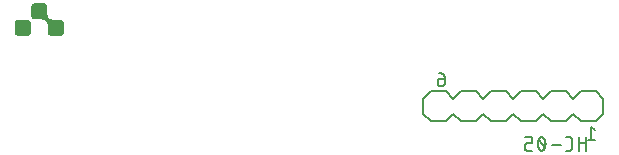
<source format=gbo>
G04 EAGLE Gerber RS-274X export*
G75*
%MOMM*%
%FSLAX34Y34*%
%LPD*%
%INSilkscreen Bottom*%
%IPPOS*%
%AMOC8*
5,1,8,0,0,1.08239X$1,22.5*%
G01*
%ADD10C,0.152400*%
%ADD11C,0.127000*%

G36*
X73621Y859925D02*
X73621Y859925D01*
X73650Y859923D01*
X74307Y860010D01*
X74343Y860023D01*
X74403Y860035D01*
X75016Y860289D01*
X75046Y860311D01*
X75101Y860339D01*
X75628Y860742D01*
X75652Y860772D01*
X75698Y860812D01*
X76101Y861339D01*
X76117Y861373D01*
X76151Y861425D01*
X76405Y862037D01*
X76411Y862075D01*
X76429Y862127D01*
X76429Y862129D01*
X76430Y862133D01*
X76517Y862790D01*
X76515Y862812D01*
X76520Y862840D01*
X76520Y870460D01*
X76515Y870481D01*
X76517Y870510D01*
X76430Y871167D01*
X76417Y871203D01*
X76405Y871263D01*
X76151Y871876D01*
X76129Y871906D01*
X76101Y871961D01*
X75698Y872488D01*
X75668Y872512D01*
X75628Y872558D01*
X75101Y872961D01*
X75067Y872977D01*
X75016Y873011D01*
X74403Y873265D01*
X74366Y873271D01*
X74307Y873290D01*
X73650Y873377D01*
X73628Y873375D01*
X73600Y873380D01*
X68539Y873380D01*
X67356Y873497D01*
X66236Y873836D01*
X65204Y874388D01*
X64300Y875130D01*
X63558Y876034D01*
X63006Y877066D01*
X62667Y878186D01*
X62550Y879369D01*
X62550Y884430D01*
X62545Y884451D01*
X62547Y884480D01*
X62460Y885137D01*
X62447Y885173D01*
X62435Y885233D01*
X62181Y885846D01*
X62159Y885876D01*
X62131Y885931D01*
X61728Y886458D01*
X61698Y886482D01*
X61658Y886528D01*
X61131Y886931D01*
X61097Y886947D01*
X61046Y886981D01*
X60433Y887235D01*
X60396Y887241D01*
X60337Y887260D01*
X59680Y887347D01*
X59658Y887345D01*
X59630Y887350D01*
X52010Y887350D01*
X51989Y887345D01*
X51960Y887347D01*
X51303Y887260D01*
X51267Y887247D01*
X51207Y887235D01*
X50595Y886981D01*
X50564Y886959D01*
X50509Y886931D01*
X49982Y886528D01*
X49958Y886498D01*
X49912Y886458D01*
X49509Y885931D01*
X49493Y885897D01*
X49459Y885846D01*
X49205Y885233D01*
X49199Y885196D01*
X49180Y885137D01*
X49093Y884480D01*
X49095Y884458D01*
X49090Y884430D01*
X49090Y876810D01*
X49095Y876789D01*
X49093Y876760D01*
X49180Y876103D01*
X49193Y876067D01*
X49205Y876007D01*
X49459Y875395D01*
X49481Y875364D01*
X49509Y875309D01*
X49912Y874782D01*
X49942Y874758D01*
X49982Y874712D01*
X50509Y874309D01*
X50543Y874293D01*
X50595Y874259D01*
X51207Y874005D01*
X51245Y873999D01*
X51303Y873980D01*
X51960Y873893D01*
X51982Y873895D01*
X52010Y873890D01*
X57071Y873890D01*
X58254Y873773D01*
X59374Y873434D01*
X60406Y872882D01*
X61310Y872140D01*
X62052Y871236D01*
X62604Y870204D01*
X62943Y869084D01*
X63060Y867901D01*
X63060Y862840D01*
X63065Y862819D01*
X63063Y862790D01*
X63150Y862133D01*
X63157Y862113D01*
X63157Y862101D01*
X63165Y862086D01*
X63175Y862037D01*
X63429Y861425D01*
X63451Y861394D01*
X63479Y861339D01*
X63882Y860812D01*
X63887Y860809D01*
X63887Y860808D01*
X63894Y860803D01*
X63912Y860788D01*
X63952Y860742D01*
X64479Y860339D01*
X64513Y860323D01*
X64565Y860289D01*
X65177Y860035D01*
X65215Y860029D01*
X65273Y860010D01*
X65930Y859923D01*
X65952Y859925D01*
X65980Y859920D01*
X73600Y859920D01*
X73621Y859925D01*
G37*
G36*
X45681Y859925D02*
X45681Y859925D01*
X45710Y859923D01*
X46367Y860010D01*
X46403Y860023D01*
X46463Y860035D01*
X47076Y860289D01*
X47106Y860311D01*
X47161Y860339D01*
X47688Y860742D01*
X47712Y860772D01*
X47758Y860812D01*
X48161Y861339D01*
X48177Y861373D01*
X48211Y861425D01*
X48465Y862037D01*
X48471Y862075D01*
X48489Y862128D01*
X48489Y862129D01*
X48490Y862133D01*
X48577Y862790D01*
X48575Y862812D01*
X48580Y862840D01*
X48580Y870460D01*
X48575Y870481D01*
X48577Y870510D01*
X48490Y871167D01*
X48477Y871203D01*
X48465Y871263D01*
X48211Y871876D01*
X48189Y871906D01*
X48161Y871961D01*
X47758Y872488D01*
X47728Y872512D01*
X47688Y872558D01*
X47161Y872961D01*
X47127Y872977D01*
X47076Y873011D01*
X46463Y873265D01*
X46426Y873271D01*
X46367Y873290D01*
X45710Y873377D01*
X45688Y873375D01*
X45660Y873380D01*
X38040Y873380D01*
X38019Y873375D01*
X37990Y873377D01*
X37333Y873290D01*
X37297Y873277D01*
X37237Y873265D01*
X36625Y873011D01*
X36594Y872989D01*
X36539Y872961D01*
X36012Y872558D01*
X35988Y872528D01*
X35942Y872488D01*
X35539Y871961D01*
X35523Y871927D01*
X35489Y871876D01*
X35235Y871263D01*
X35229Y871226D01*
X35210Y871167D01*
X35123Y870510D01*
X35125Y870488D01*
X35120Y870460D01*
X35120Y862840D01*
X35125Y862819D01*
X35123Y862790D01*
X35210Y862133D01*
X35217Y862113D01*
X35217Y862101D01*
X35225Y862086D01*
X35235Y862037D01*
X35489Y861425D01*
X35511Y861394D01*
X35539Y861339D01*
X35942Y860812D01*
X35947Y860809D01*
X35947Y860808D01*
X35954Y860803D01*
X35972Y860788D01*
X36012Y860742D01*
X36539Y860339D01*
X36573Y860323D01*
X36625Y860289D01*
X37237Y860035D01*
X37275Y860029D01*
X37333Y860010D01*
X37990Y859923D01*
X38012Y859925D01*
X38040Y859920D01*
X45660Y859920D01*
X45681Y859925D01*
G37*
D10*
X527050Y812800D02*
X514350Y812800D01*
X508000Y806450D01*
X508000Y793750D02*
X514350Y787400D01*
X508000Y806450D02*
X501650Y812800D01*
X488950Y812800D01*
X482600Y806450D01*
X482600Y793750D02*
X488950Y787400D01*
X501650Y787400D01*
X508000Y793750D01*
X533400Y793750D02*
X533400Y806450D01*
X527050Y812800D01*
X533400Y793750D02*
X527050Y787400D01*
X514350Y787400D01*
X482600Y806450D02*
X476250Y812800D01*
X463550Y812800D01*
X457200Y806450D01*
X457200Y793750D02*
X463550Y787400D01*
X476250Y787400D01*
X482600Y793750D01*
X450850Y812800D02*
X438150Y812800D01*
X431800Y806450D01*
X431800Y793750D02*
X438150Y787400D01*
X431800Y806450D02*
X425450Y812800D01*
X412750Y812800D01*
X406400Y806450D01*
X406400Y793750D02*
X412750Y787400D01*
X425450Y787400D01*
X431800Y793750D01*
X450850Y812800D02*
X457200Y806450D01*
X457200Y793750D02*
X450850Y787400D01*
X438150Y787400D01*
X406400Y806450D02*
X400050Y812800D01*
X387350Y812800D01*
X381000Y806450D01*
X381000Y793750D02*
X387350Y787400D01*
X400050Y787400D01*
X406400Y793750D01*
X381000Y793750D02*
X381000Y806450D01*
D11*
X523240Y782955D02*
X526415Y780415D01*
X523240Y782955D02*
X523240Y771525D01*
X526415Y771525D02*
X520065Y771525D01*
X399415Y823595D02*
X395605Y823595D01*
X395505Y823593D01*
X395406Y823587D01*
X395306Y823577D01*
X395208Y823564D01*
X395109Y823546D01*
X395012Y823525D01*
X394916Y823500D01*
X394820Y823471D01*
X394726Y823438D01*
X394633Y823402D01*
X394542Y823362D01*
X394452Y823318D01*
X394364Y823271D01*
X394278Y823221D01*
X394194Y823167D01*
X394112Y823110D01*
X394033Y823050D01*
X393955Y822986D01*
X393881Y822920D01*
X393809Y822851D01*
X393740Y822779D01*
X393674Y822705D01*
X393610Y822627D01*
X393550Y822548D01*
X393493Y822466D01*
X393439Y822382D01*
X393389Y822296D01*
X393342Y822208D01*
X393298Y822118D01*
X393258Y822027D01*
X393222Y821934D01*
X393189Y821840D01*
X393160Y821744D01*
X393135Y821648D01*
X393114Y821551D01*
X393096Y821452D01*
X393083Y821354D01*
X393073Y821254D01*
X393067Y821155D01*
X393065Y821055D01*
X393065Y820420D01*
X393067Y820309D01*
X393073Y820199D01*
X393082Y820088D01*
X393096Y819978D01*
X393113Y819869D01*
X393134Y819760D01*
X393159Y819652D01*
X393188Y819545D01*
X393220Y819439D01*
X393256Y819334D01*
X393296Y819231D01*
X393339Y819129D01*
X393386Y819028D01*
X393437Y818929D01*
X393490Y818833D01*
X393547Y818738D01*
X393608Y818645D01*
X393671Y818554D01*
X393738Y818465D01*
X393808Y818379D01*
X393881Y818296D01*
X393956Y818214D01*
X394034Y818136D01*
X394116Y818061D01*
X394199Y817988D01*
X394285Y817918D01*
X394374Y817851D01*
X394465Y817788D01*
X394558Y817727D01*
X394653Y817670D01*
X394749Y817617D01*
X394848Y817566D01*
X394949Y817519D01*
X395051Y817476D01*
X395154Y817436D01*
X395259Y817400D01*
X395365Y817368D01*
X395472Y817339D01*
X395580Y817314D01*
X395689Y817293D01*
X395798Y817276D01*
X395908Y817262D01*
X396019Y817253D01*
X396129Y817247D01*
X396240Y817245D01*
X396351Y817247D01*
X396461Y817253D01*
X396572Y817262D01*
X396682Y817276D01*
X396791Y817293D01*
X396900Y817314D01*
X397008Y817339D01*
X397115Y817368D01*
X397221Y817400D01*
X397326Y817436D01*
X397429Y817476D01*
X397531Y817519D01*
X397632Y817566D01*
X397731Y817617D01*
X397827Y817670D01*
X397922Y817727D01*
X398015Y817788D01*
X398106Y817851D01*
X398195Y817918D01*
X398281Y817988D01*
X398364Y818061D01*
X398446Y818136D01*
X398524Y818214D01*
X398599Y818296D01*
X398672Y818379D01*
X398742Y818465D01*
X398809Y818554D01*
X398872Y818645D01*
X398933Y818738D01*
X398990Y818833D01*
X399043Y818929D01*
X399094Y819028D01*
X399141Y819129D01*
X399184Y819231D01*
X399224Y819334D01*
X399260Y819439D01*
X399292Y819545D01*
X399321Y819652D01*
X399346Y819760D01*
X399367Y819869D01*
X399384Y819978D01*
X399398Y820088D01*
X399407Y820199D01*
X399413Y820309D01*
X399415Y820420D01*
X399415Y823595D01*
X399413Y823735D01*
X399407Y823875D01*
X399398Y824015D01*
X399384Y824154D01*
X399367Y824293D01*
X399346Y824431D01*
X399321Y824569D01*
X399292Y824706D01*
X399260Y824842D01*
X399223Y824977D01*
X399183Y825111D01*
X399140Y825244D01*
X399092Y825376D01*
X399042Y825507D01*
X398987Y825636D01*
X398929Y825763D01*
X398868Y825889D01*
X398803Y826013D01*
X398734Y826135D01*
X398663Y826255D01*
X398588Y826373D01*
X398510Y826490D01*
X398428Y826604D01*
X398344Y826715D01*
X398256Y826824D01*
X398166Y826931D01*
X398072Y827036D01*
X397976Y827137D01*
X397877Y827236D01*
X397776Y827332D01*
X397671Y827426D01*
X397564Y827516D01*
X397455Y827604D01*
X397344Y827688D01*
X397230Y827770D01*
X397113Y827848D01*
X396995Y827923D01*
X396875Y827994D01*
X396753Y828063D01*
X396629Y828128D01*
X396503Y828189D01*
X396376Y828247D01*
X396247Y828302D01*
X396116Y828352D01*
X395984Y828400D01*
X395851Y828443D01*
X395717Y828483D01*
X395582Y828520D01*
X395446Y828552D01*
X395309Y828581D01*
X395171Y828606D01*
X395033Y828627D01*
X394894Y828644D01*
X394755Y828658D01*
X394615Y828667D01*
X394475Y828673D01*
X394335Y828675D01*
X518795Y774065D02*
X518795Y762635D01*
X518795Y768985D02*
X512445Y768985D01*
X512445Y774065D02*
X512445Y762635D01*
X504481Y762635D02*
X501941Y762635D01*
X504481Y762635D02*
X504581Y762637D01*
X504680Y762643D01*
X504780Y762653D01*
X504878Y762666D01*
X504977Y762684D01*
X505074Y762705D01*
X505170Y762730D01*
X505266Y762759D01*
X505360Y762792D01*
X505453Y762828D01*
X505544Y762868D01*
X505634Y762912D01*
X505722Y762959D01*
X505808Y763009D01*
X505892Y763063D01*
X505974Y763120D01*
X506053Y763180D01*
X506131Y763244D01*
X506205Y763310D01*
X506277Y763379D01*
X506346Y763451D01*
X506412Y763525D01*
X506476Y763603D01*
X506536Y763682D01*
X506593Y763764D01*
X506647Y763848D01*
X506697Y763934D01*
X506744Y764022D01*
X506788Y764112D01*
X506828Y764203D01*
X506864Y764296D01*
X506897Y764390D01*
X506926Y764486D01*
X506951Y764582D01*
X506972Y764679D01*
X506990Y764778D01*
X507003Y764876D01*
X507013Y764976D01*
X507019Y765075D01*
X507021Y765175D01*
X507021Y771525D01*
X507019Y771625D01*
X507013Y771724D01*
X507003Y771824D01*
X506990Y771922D01*
X506972Y772021D01*
X506951Y772118D01*
X506926Y772214D01*
X506897Y772310D01*
X506864Y772404D01*
X506828Y772497D01*
X506788Y772588D01*
X506744Y772678D01*
X506697Y772766D01*
X506647Y772852D01*
X506593Y772936D01*
X506536Y773018D01*
X506476Y773097D01*
X506412Y773175D01*
X506346Y773249D01*
X506277Y773321D01*
X506205Y773390D01*
X506131Y773456D01*
X506053Y773520D01*
X505974Y773580D01*
X505892Y773637D01*
X505808Y773691D01*
X505722Y773741D01*
X505634Y773788D01*
X505544Y773832D01*
X505453Y773872D01*
X505360Y773908D01*
X505266Y773941D01*
X505170Y773970D01*
X505074Y773995D01*
X504977Y774016D01*
X504878Y774034D01*
X504780Y774047D01*
X504680Y774057D01*
X504581Y774063D01*
X504481Y774065D01*
X501941Y774065D01*
X497332Y767080D02*
X489712Y767080D01*
X484505Y768350D02*
X484502Y768575D01*
X484494Y768800D01*
X484481Y769024D01*
X484462Y769248D01*
X484438Y769472D01*
X484409Y769695D01*
X484374Y769917D01*
X484334Y770138D01*
X484288Y770358D01*
X484238Y770577D01*
X484182Y770795D01*
X484121Y771012D01*
X484055Y771227D01*
X483984Y771440D01*
X483907Y771651D01*
X483826Y771861D01*
X483740Y772069D01*
X483649Y772274D01*
X483553Y772477D01*
X483553Y772478D02*
X483521Y772566D01*
X483485Y772653D01*
X483446Y772739D01*
X483403Y772823D01*
X483357Y772905D01*
X483308Y772985D01*
X483256Y773063D01*
X483200Y773139D01*
X483142Y773213D01*
X483080Y773284D01*
X483016Y773353D01*
X482949Y773419D01*
X482880Y773482D01*
X482808Y773543D01*
X482734Y773601D01*
X482657Y773655D01*
X482579Y773707D01*
X482498Y773755D01*
X482416Y773800D01*
X482331Y773842D01*
X482245Y773880D01*
X482158Y773915D01*
X482070Y773947D01*
X481980Y773974D01*
X481889Y773999D01*
X481797Y774019D01*
X481705Y774036D01*
X481611Y774049D01*
X481518Y774058D01*
X481424Y774064D01*
X481330Y774066D01*
X481236Y774064D01*
X481142Y774058D01*
X481049Y774049D01*
X480955Y774036D01*
X480863Y774019D01*
X480771Y773999D01*
X480680Y773974D01*
X480590Y773947D01*
X480502Y773915D01*
X480415Y773880D01*
X480329Y773842D01*
X480244Y773800D01*
X480162Y773755D01*
X480081Y773707D01*
X480003Y773655D01*
X479926Y773601D01*
X479852Y773543D01*
X479780Y773482D01*
X479711Y773419D01*
X479644Y773353D01*
X479580Y773284D01*
X479518Y773213D01*
X479460Y773139D01*
X479404Y773063D01*
X479352Y772985D01*
X479303Y772905D01*
X479257Y772823D01*
X479214Y772739D01*
X479175Y772653D01*
X479139Y772566D01*
X479107Y772478D01*
X479107Y772477D02*
X479011Y772274D01*
X478920Y772069D01*
X478834Y771861D01*
X478753Y771651D01*
X478676Y771440D01*
X478605Y771227D01*
X478539Y771012D01*
X478478Y770795D01*
X478422Y770577D01*
X478372Y770358D01*
X478326Y770138D01*
X478286Y769917D01*
X478251Y769695D01*
X478222Y769472D01*
X478198Y769248D01*
X478179Y769024D01*
X478166Y768800D01*
X478158Y768575D01*
X478155Y768350D01*
X484505Y768350D02*
X484502Y768125D01*
X484494Y767900D01*
X484481Y767676D01*
X484462Y767452D01*
X484438Y767228D01*
X484409Y767005D01*
X484374Y766783D01*
X484334Y766562D01*
X484288Y766342D01*
X484238Y766123D01*
X484182Y765905D01*
X484121Y765688D01*
X484055Y765473D01*
X483984Y765260D01*
X483907Y765049D01*
X483826Y764839D01*
X483740Y764631D01*
X483649Y764426D01*
X483553Y764223D01*
X483521Y764135D01*
X483485Y764048D01*
X483446Y763962D01*
X483403Y763878D01*
X483357Y763796D01*
X483308Y763716D01*
X483256Y763638D01*
X483200Y763562D01*
X483142Y763488D01*
X483080Y763417D01*
X483016Y763348D01*
X482949Y763282D01*
X482880Y763219D01*
X482808Y763158D01*
X482734Y763100D01*
X482657Y763046D01*
X482579Y762994D01*
X482498Y762946D01*
X482416Y762901D01*
X482331Y762859D01*
X482245Y762821D01*
X482158Y762786D01*
X482070Y762754D01*
X481980Y762727D01*
X481889Y762702D01*
X481797Y762682D01*
X481705Y762665D01*
X481611Y762652D01*
X481518Y762643D01*
X481424Y762637D01*
X481330Y762635D01*
X479107Y764223D02*
X479011Y764426D01*
X478920Y764631D01*
X478834Y764839D01*
X478753Y765049D01*
X478676Y765260D01*
X478605Y765473D01*
X478539Y765688D01*
X478478Y765905D01*
X478422Y766123D01*
X478372Y766342D01*
X478326Y766562D01*
X478286Y766783D01*
X478251Y767005D01*
X478222Y767228D01*
X478198Y767452D01*
X478179Y767676D01*
X478166Y767900D01*
X478158Y768125D01*
X478155Y768350D01*
X479107Y764223D02*
X479139Y764135D01*
X479175Y764048D01*
X479214Y763962D01*
X479257Y763878D01*
X479303Y763796D01*
X479352Y763716D01*
X479404Y763638D01*
X479460Y763562D01*
X479518Y763488D01*
X479580Y763417D01*
X479644Y763348D01*
X479711Y763282D01*
X479780Y763219D01*
X479852Y763158D01*
X479926Y763100D01*
X480003Y763046D01*
X480081Y762994D01*
X480162Y762946D01*
X480244Y762901D01*
X480329Y762859D01*
X480415Y762821D01*
X480502Y762786D01*
X480590Y762754D01*
X480680Y762727D01*
X480771Y762702D01*
X480863Y762682D01*
X480955Y762665D01*
X481049Y762652D01*
X481142Y762643D01*
X481236Y762637D01*
X481330Y762635D01*
X483870Y765175D02*
X478790Y771525D01*
X473075Y762635D02*
X469265Y762635D01*
X469165Y762637D01*
X469066Y762643D01*
X468966Y762653D01*
X468868Y762666D01*
X468769Y762684D01*
X468672Y762705D01*
X468576Y762730D01*
X468480Y762759D01*
X468386Y762792D01*
X468293Y762828D01*
X468202Y762868D01*
X468112Y762912D01*
X468024Y762959D01*
X467938Y763009D01*
X467854Y763063D01*
X467772Y763120D01*
X467693Y763180D01*
X467615Y763244D01*
X467541Y763310D01*
X467469Y763379D01*
X467400Y763451D01*
X467334Y763525D01*
X467270Y763603D01*
X467210Y763682D01*
X467153Y763764D01*
X467099Y763848D01*
X467049Y763934D01*
X467002Y764022D01*
X466958Y764112D01*
X466918Y764203D01*
X466882Y764296D01*
X466849Y764390D01*
X466820Y764486D01*
X466795Y764582D01*
X466774Y764679D01*
X466756Y764778D01*
X466743Y764876D01*
X466733Y764976D01*
X466727Y765075D01*
X466725Y765175D01*
X466725Y766445D01*
X466727Y766545D01*
X466733Y766644D01*
X466743Y766744D01*
X466756Y766842D01*
X466774Y766941D01*
X466795Y767038D01*
X466820Y767134D01*
X466849Y767230D01*
X466882Y767324D01*
X466918Y767417D01*
X466958Y767508D01*
X467002Y767598D01*
X467049Y767686D01*
X467099Y767772D01*
X467153Y767856D01*
X467210Y767938D01*
X467270Y768017D01*
X467334Y768095D01*
X467400Y768169D01*
X467469Y768241D01*
X467541Y768310D01*
X467615Y768376D01*
X467693Y768440D01*
X467772Y768500D01*
X467854Y768557D01*
X467938Y768611D01*
X468024Y768661D01*
X468112Y768708D01*
X468202Y768752D01*
X468293Y768792D01*
X468386Y768828D01*
X468480Y768861D01*
X468576Y768890D01*
X468672Y768915D01*
X468769Y768936D01*
X468868Y768954D01*
X468966Y768967D01*
X469066Y768977D01*
X469165Y768983D01*
X469265Y768985D01*
X473075Y768985D01*
X473075Y774065D01*
X466725Y774065D01*
M02*

</source>
